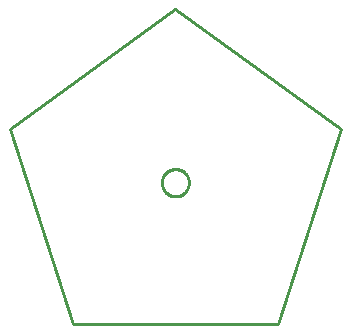
<source format=gbr>
G04 EAGLE Gerber RS-274X export*
G75*
%MOMM*%
%FSLAX34Y34*%
%LPD*%
%IN*%
%IPPOS*%
%AMOC8*
5,1,8,0,0,1.08239X$1,22.5*%
G01*
%ADD10C,0.254000*%


D10*
X206102Y391702D02*
X259602Y227002D01*
X432802Y227002D01*
X486302Y391702D01*
X346202Y493502D01*
X206102Y391702D01*
X357702Y345750D02*
X357631Y344849D01*
X357490Y343957D01*
X357279Y343078D01*
X357000Y342219D01*
X356654Y341384D01*
X356243Y340579D01*
X355771Y339808D01*
X355240Y339077D01*
X354653Y338390D01*
X354014Y337751D01*
X353327Y337164D01*
X352596Y336633D01*
X351825Y336161D01*
X351020Y335750D01*
X350185Y335404D01*
X349326Y335125D01*
X348447Y334914D01*
X347555Y334773D01*
X346654Y334702D01*
X345750Y334702D01*
X344849Y334773D01*
X343957Y334914D01*
X343078Y335125D01*
X342219Y335404D01*
X341384Y335750D01*
X340579Y336161D01*
X339808Y336633D01*
X339077Y337164D01*
X338390Y337751D01*
X337751Y338390D01*
X337164Y339077D01*
X336633Y339808D01*
X336161Y340579D01*
X335750Y341384D01*
X335404Y342219D01*
X335125Y343078D01*
X334914Y343957D01*
X334773Y344849D01*
X334702Y345750D01*
X334702Y346654D01*
X334773Y347555D01*
X334914Y348447D01*
X335125Y349326D01*
X335404Y350185D01*
X335750Y351020D01*
X336161Y351825D01*
X336633Y352596D01*
X337164Y353327D01*
X337751Y354014D01*
X338390Y354653D01*
X339077Y355240D01*
X339808Y355771D01*
X340579Y356243D01*
X341384Y356654D01*
X342219Y357000D01*
X343078Y357279D01*
X343957Y357490D01*
X344849Y357631D01*
X345750Y357702D01*
X346654Y357702D01*
X347555Y357631D01*
X348447Y357490D01*
X349326Y357279D01*
X350185Y357000D01*
X351020Y356654D01*
X351825Y356243D01*
X352596Y355771D01*
X353327Y355240D01*
X354014Y354653D01*
X354653Y354014D01*
X355240Y353327D01*
X355771Y352596D01*
X356243Y351825D01*
X356654Y351020D01*
X357000Y350185D01*
X357279Y349326D01*
X357490Y348447D01*
X357631Y347555D01*
X357702Y346654D01*
X357702Y345750D01*
M02*

</source>
